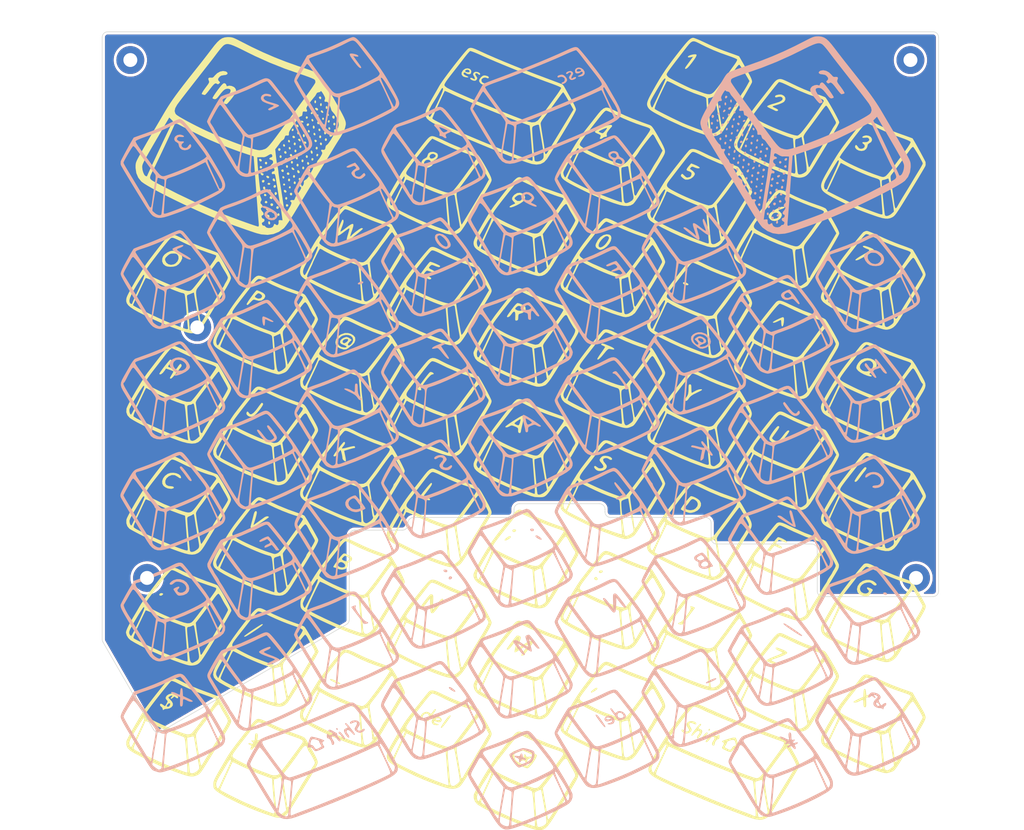
<source format=kicad_pcb>
(kicad_pcb (version 20240108) (generator "pcbnew") (generator_version "8.0")
  (layers (0 "F.Cu" signal) (31 "B.Cu" signal) (34 "B.Paste" user) (35 "F.Paste" user) (36 "B.SilkS" user "B.Silkscreen") (37 "F.SilkS" user "F.Silkscreen") (38 "B.Mask" user) (39 "F.Mask" user) (44 "Edge.Cuts" user))
  (net 0 "")
  (footprint "MountingHole:MountingHole_2.5mm_Pad_TopBottom" (layer "F.Cu") (at 85.175029 84.688088)
    (property "Reference" "REF**" (hide yes))
    (property "Value" "MountingHole_2.5mm_Pad_TopBottom")
    (pad "1" thru_hole circle (at 0 0) (size 2.9 2.9) (drill 2.5) (layers "*.Cu" "*.Mask"))
    (pad "1" connect circle (at 0 0) (size 5 5) (layers "F.Cu" "F.Mask"))
    (pad "1" connect circle (at 0 0) (size 5 5) (layers "B.Cu" "B.Mask"))
  )
  (footprint "MountingHole:MountingHole_2.5mm_Pad_TopBottom" (layer "F.Cu") (at 73.175029 36.688088)
    (property "Reference" "REF**" (hide yes))
    (property "Value" "MountingHole_2.5mm_Pad_TopBottom")
    (pad "1" thru_hole circle (at 0 0) (size 2.9 2.9) (drill 2.5) (layers "*.Cu" "*.Mask"))
    (pad "1" connect circle (at 0 0) (size 5 5) (layers "F.Cu" "F.Mask"))
    (pad "1" connect circle (at 0 0) (size 5 5) (layers "B.Cu" "B.Mask"))
  )
  (footprint "LOGO" (layer "F.Cu") (at 144.405982 103.212111)
    (property "Reference" "G***" (hide yes))
    (property "Value" "LOGO" (hide yes))
  )
  (footprint "MountingHole:MountingHole_2.5mm_Pad_TopBottom" (layer "F.Cu") (at 213.175029 36.688088)
    (property "Reference" "REF**" (hide yes))
    (property "Value" "MountingHole_2.5mm_Pad_TopBottom")
    (pad "1" thru_hole circle (at 0 0) (size 2.9 2.9) (drill 2.5) (layers "*.Cu" "*.Mask"))
    (pad "1" connect circle (at 0 0) (size 5 5) (layers "F.Cu" "F.Mask"))
    (pad "1" connect circle (at 0 0) (size 5 5) (layers "B.Cu" "B.Mask"))
  )
  (footprint "MountingHole:MountingHole_2.5mm_Pad_TopBottom" (layer "F.Cu") (at 214.175029 129.688088)
    (property "Reference" "REF**" (hide yes))
    (property "Value" "MountingHole_2.5mm_Pad_TopBottom")
    (pad "1" thru_hole circle (at 0 0) (size 2.9 2.9) (drill 2.5) (layers "*.Cu" "*.Mask"))
    (pad "1" connect circle (at 0 0) (size 5 5) (layers "F.Cu" "F.Mask"))
    (pad "1" connect circle (at 0 0) (size 5 5) (layers "B.Cu" "B.Mask"))
  )
  (footprint "MountingHole:MountingHole_2.5mm_Pad_TopBottom" (layer "F.Cu") (at 76.175029 129.688088)
    (property "Reference" "REF**" (hide yes))
    (property "Value" "MountingHole_2.5mm_Pad_TopBottom")
    (pad "1" thru_hole circle (at 0 0) (size 2.9 2.9) (drill 2.5) (layers "*.Cu" "*.Mask"))
    (pad "1" connect circle (at 0 0) (size 5 5) (layers "F.Cu" "F.Mask"))
    (pad "1" connect circle (at 0 0) (size 5 5) (layers "B.Cu" "B.Mask"))
  )
  (footprint "LOGO" (layer "B.Cu") (at 142.927257 103.074753 180)
    (property "Reference" "G***" (hide yes))
    (property "Value" "LOGO" (hide yes))
  )
  (gr_arc (start 122.990569 119.8303) (mid 123.283464 119.123205) (end 123.990569 118.830332) (stroke (width 0.1)) (layer "Edge.Cuts"))
  (gr_line (start 141.037913 118.830284) (end 141.037913 118.830276) (stroke (width 0.1)) (layer "Edge.Cuts"))
  (gr_line (start 196.450771 124.592117) (end 196.450771 132.049499) (stroke (width 0.1)) (layer "Edge.Cuts"))
  (gr_line (start 158.356108 117.354129) (end 158.356114 117.354129) (stroke (width 0.1)) (layer "Edge.Cuts"))
  (gr_line (start 113.469237 121.115961) (end 122.002369 121.115961) (stroke (width 0.1)) (layer "Edge.Cuts"))
  (gr_arc (start 159.356137 118.830284) (mid 158.649036 118.53739) (end 158.356153 117.830284) (stroke (width 0.1)) (layer "Edge.Cuts"))
  (gr_arc (start 217.227237 31.613639) (mid 217.93433 31.906535) (end 218.227198 32.613639) (stroke (width 0.1)) (layer "Edge.Cuts"))
  (gr_arc (start 68.1228 32.6136) (mid 68.41133 31.910868) (end 69.110428 31.613639) (stroke (width 0.1)) (layer "Edge.Cuts"))
  (gr_arc (start 142.037913 117.3541) (mid 142.334462 116.643346) (end 143.048232 116.354129) (stroke (width 0.1)) (layer "Edge.Cuts"))
  (gr_arc (start 157.356137 116.354129) (mid 158.063234 116.647024) (end 158.356108 117.354129) (stroke (width 0.1)) (layer "Edge.Cuts"))
  (gr_arc (start 178.403437 123.592117) (mid 177.698558 123.301451) (end 177.403442 122.598424) (stroke (width 0.1)) (layer "Edge.Cuts"))
  (gr_line (start 218.227259 132.0396) (end 218.227259 32.613639) (stroke (width 0.1)) (layer "Edge.Cuts"))
  (gr_line (start 217.227237 31.613639) (end 69.110428 31.613639) (stroke (width 0.1)) (layer "Edge.Cuts"))
  (gr_arc (start 197.450737 133.039617) (mid 196.747127 132.75021) (end 196.450771 132.049499) (stroke (width 0.1)) (layer "Edge.Cuts"))
  (gr_line (start 177.403442 119.83499) (end 177.403442 122.598424) (stroke (width 0.1)) (layer "Edge.Cuts"))
  (gr_line (start 78.685768 157.262296) (end 111.974275 138.035284) (stroke (width 0.1)) (layer "Edge.Cuts"))
  (gr_line (start 77.319589 156.89636) (end 77.319629 156.896337) (stroke (width 0.1)) (layer "Edge.Cuts"))
  (gr_arc (start 218.227259 132.0396) (mid 217.935476 132.745604) (end 217.230399 133.039617) (stroke (width 0.1)) (layer "Edge.Cuts"))
  (gr_arc (start 68.256766 141.199127) (mid 68.157596 140.960664) (end 68.1228 140.704756) (stroke (width 0.1)) (layer "Edge.Cuts"))
  (gr_arc (start 176.403437 118.830284) (mid 177.112211 119.124842) (end 177.403442 119.83499) (stroke (width 0.1)) (layer "Edge.Cuts"))
  (gr_line (start 159.356137 118.830284) (end 176.403437 118.830284) (stroke (width 0.1)) (layer "Edge.Cuts"))
  (gr_arc (start 122.990569 120.116) (mid 122.701837 120.818934) (end 122.002369 121.115961) (stroke (width 0.1)) (layer "Edge.Cuts"))
  (gr_arc (start 195.450737 123.592117) (mid 196.157838 123.885011) (end 196.45072 124.592117) (stroke (width 0.1)) (layer "Edge.Cuts"))
  (gr_line (start 123.990569 118.830332) (end 123.990569 118.830284) (stroke (width 0.1)) (layer "Edge.Cuts"))
  (gr_arc (start 78.685768 157.262296) (mid 77.926894 157.362298) (end 77.319629 156.896337) (stroke (width 0.1)) (layer "Edge.Cuts"))
  (gr_line (start 142.037913 117.8303) (end 142.037913 117.3541) (stroke (width 0.1)) (layer "Edge.Cuts"))
  (gr_line (start 196.45072 124.592117) (end 196.450771 124.592117) (stroke (width 0.1)) (layer "Edge.Cuts"))
  (gr_line (start 122.990569 120.116) (end 122.990569 119.8303) (stroke (width 0.1)) (layer "Edge.Cuts"))
  (gr_arc (start 142.037913 117.8303) (mid 141.745018 118.537398) (end 141.037913 118.830276) (stroke (width 0.1)) (layer "Edge.Cuts"))
  (gr_line (start 112.469226 137.1722) (end 112.469226 122.116) (stroke (width 0.1)) (layer "Edge.Cuts"))
  (gr_line (start 113.469237 121.115989) (end 113.469237 121.115961) (stroke (width 0.1)) (layer "Edge.Cuts"))
  (gr_line (start 68.1228 32.6136) (end 68.1228 140.704756) (stroke (width 0.1)) (layer "Edge.Cuts"))
  (gr_line (start 123.990569 118.830284) (end 141.037913 118.830284) (stroke (width 0.1)) (layer "Edge.Cuts"))
  (gr_line (start 158.356114 117.830284) (end 158.356153 117.830284) (stroke (width 0.1)) (layer "Edge.Cuts"))
  (gr_line (start 197.450737 133.039617) (end 217.230399 133.039617) (stroke (width 0.1)) (layer "Edge.Cuts"))
  (gr_line (start 68.256766 141.199127) (end 77.319589 156.89636) (stroke (width 0.1)) (layer "Edge.Cuts"))
  (gr_arc (start 112.469226 137.1722) (mid 112.336708 137.669666) (end 111.974275 138.035284) (stroke (width 0.1)) (layer "Edge.Cuts"))
  (gr_line (start 178.403437 123.592117) (end 195.450737 123.592117) (stroke (width 0.1)) (layer "Edge.Cuts"))
  (gr_arc (start 112.469226 122.116) (mid 112.762122 121.408885) (end 113.469237 121.115989) (stroke (width 0.1)) (layer "Edge.Cuts"))
  (gr_line (start 143.048232 116.354129) (end 157.356137 116.354129) (stroke (width 0.1)) (layer "Edge.Cuts"))
  (gr_line (start 158.356114 117.354129) (end 158.356114 117.830284) (stroke (width 0.1)) (layer "Edge.Cuts"))
  (zone (net 0) (net_name "") (layers "F&B.Cu") (connect_pads (clearance 0.5)) (min_thickness 0.25) (fill yes (thermal_gap 0.5) (thermal_bridge_width 0.5) (island_removal_mode 1) (island_area_min 10))
    (polygon (pts (xy 49.8348 25.9588) (xy 233.5276 25.9588) (xy 233.5276 163.4236) (xy 49.8348 163.4236)))
  )
)
</source>
